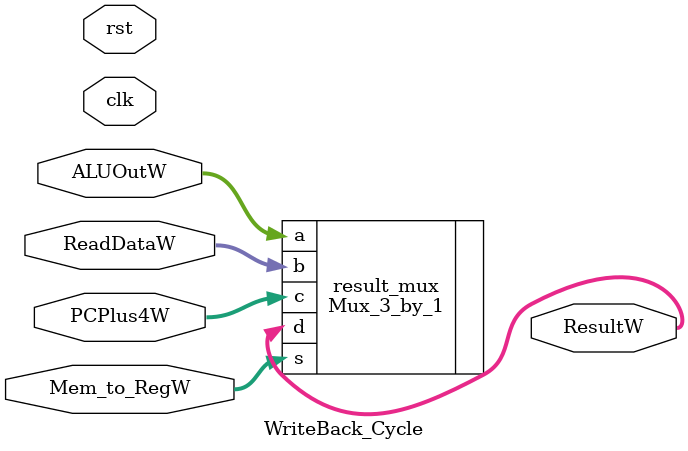
<source format=v>

module WriteBack_Cycle (input clk,
                        input rst,
                        input [1:0] Mem_to_RegW,
                        input [31:0] ALUOutW,
                        input [31:0] ReadDataW,
                        input [31:0] PCPlus4W,
                        output [31:0] ResultW);
    
	Mux_3_by_1 result_mux (
    .a(ALUOutW),
    .b(ReadDataW),
    .c(PCPlus4W),
    .s(Mem_to_RegW),
    .d(ResultW)
    );
endmodule

</source>
